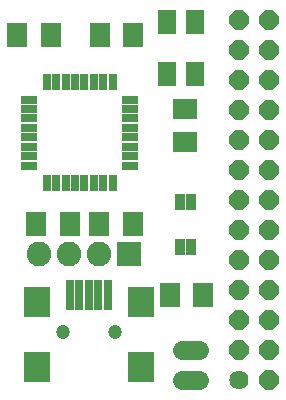
<source format=gts>
G75*
G70*
%OFA0B0*%
%FSLAX24Y24*%
%IPPOS*%
%LPD*%
%AMOC8*
5,1,8,0,0,1.08239X$1,22.5*
%
%ADD10R,0.0580X0.0300*%
%ADD11R,0.0300X0.0580*%
%ADD12R,0.0631X0.0828*%
%ADD13R,0.0789X0.0710*%
%ADD14R,0.0710X0.0789*%
%ADD15R,0.0710X0.0790*%
%ADD16C,0.0640*%
%ADD17OC8,0.0640*%
%ADD18C,0.0640*%
%ADD19R,0.0330X0.0580*%
%ADD20R,0.0820X0.0820*%
%ADD21C,0.0820*%
%ADD22R,0.0867X0.1025*%
%ADD23R,0.0277X0.0989*%
%ADD24C,0.0474*%
D10*
X001590Y007878D03*
X001590Y008193D03*
X001590Y008508D03*
X001590Y008823D03*
X001590Y009137D03*
X001590Y009452D03*
X001590Y009767D03*
X001590Y010082D03*
X004970Y010082D03*
X004970Y009767D03*
X004970Y009452D03*
X004970Y009137D03*
X004970Y008823D03*
X004970Y008508D03*
X004970Y008193D03*
X004970Y007878D03*
D11*
X004382Y007290D03*
X004067Y007290D03*
X003752Y007290D03*
X003437Y007290D03*
X003123Y007290D03*
X002808Y007290D03*
X002493Y007290D03*
X002178Y007290D03*
X002178Y010670D03*
X002493Y010670D03*
X002808Y010670D03*
X003123Y010670D03*
X003437Y010670D03*
X003752Y010670D03*
X004067Y010670D03*
X004382Y010670D03*
D12*
X006183Y010939D03*
X007127Y010939D03*
X007127Y012671D03*
X006183Y012671D03*
D13*
X006805Y009756D03*
X006805Y008654D03*
D14*
X005056Y012230D03*
X003954Y012230D03*
X002306Y012230D03*
X001204Y012230D03*
X006279Y003580D03*
X007381Y003580D03*
D15*
X005040Y005930D03*
X003920Y005930D03*
X002940Y005930D03*
X001820Y005930D03*
D16*
X008580Y000730D03*
D17*
X008580Y001730D03*
X008580Y002730D03*
X008580Y003730D03*
X008580Y004730D03*
X008580Y005730D03*
X008580Y006730D03*
X008580Y007730D03*
X008580Y008730D03*
X008580Y009730D03*
X008580Y010730D03*
X008580Y011730D03*
X008580Y012730D03*
X009580Y012730D03*
X009580Y011730D03*
X009580Y010730D03*
X009580Y009730D03*
X009580Y008730D03*
X009580Y007730D03*
X009580Y006730D03*
X009580Y005730D03*
X009580Y004730D03*
X009580Y003730D03*
X009580Y002730D03*
X009580Y001730D03*
X009580Y000730D03*
D18*
X007260Y000730D02*
X006700Y000730D01*
X006700Y001730D02*
X007260Y001730D01*
D19*
X006982Y005180D03*
X006628Y005180D03*
X006628Y006680D03*
X006982Y006680D03*
D20*
X004930Y004930D03*
D21*
X003930Y004930D03*
X002930Y004930D03*
X001930Y004930D03*
D22*
X001848Y001168D03*
X001848Y003333D03*
X005312Y003333D03*
X005312Y001168D03*
D23*
X004210Y003555D03*
X003895Y003555D03*
X003580Y003555D03*
X003265Y003555D03*
X002950Y003555D03*
D24*
X002714Y002349D03*
X004446Y002349D03*
M02*

</source>
